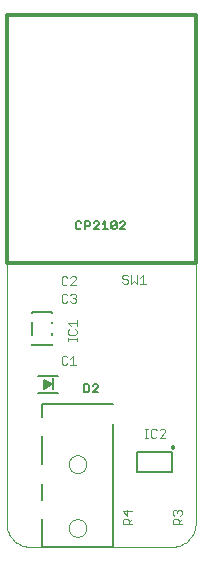
<source format=gto>
G75*
G70*
%OFA0B0*%
%FSLAX24Y24*%
%IPPOS*%
%LPD*%
%AMOC8*
5,1,8,0,0,1.08239X$1,22.5*
%
%ADD10C,0.0000*%
%ADD11C,0.0120*%
%ADD12C,0.0060*%
%ADD13C,0.0030*%
%ADD14C,0.0050*%
%ADD15C,0.0080*%
%ADD16R,0.0079X0.0394*%
D10*
X000160Y001700D02*
X000160Y018629D01*
X006459Y018629D01*
X006459Y001700D01*
X006457Y001646D01*
X006452Y001593D01*
X006443Y001540D01*
X006430Y001488D01*
X006414Y001436D01*
X006394Y001386D01*
X006371Y001338D01*
X006344Y001291D01*
X006315Y001246D01*
X006282Y001203D01*
X006247Y001163D01*
X006209Y001125D01*
X006169Y001090D01*
X006126Y001057D01*
X006081Y001028D01*
X006034Y001001D01*
X005986Y000978D01*
X005936Y000958D01*
X005884Y000942D01*
X005832Y000929D01*
X005779Y000920D01*
X005726Y000915D01*
X005672Y000913D01*
X005672Y000912D02*
X000947Y000912D01*
X000947Y000913D02*
X000893Y000915D01*
X000840Y000920D01*
X000787Y000929D01*
X000735Y000942D01*
X000683Y000958D01*
X000633Y000978D01*
X000585Y001001D01*
X000538Y001028D01*
X000493Y001057D01*
X000450Y001090D01*
X000410Y001125D01*
X000372Y001163D01*
X000337Y001203D01*
X000304Y001246D01*
X000275Y001291D01*
X000248Y001338D01*
X000225Y001386D01*
X000205Y001436D01*
X000189Y001488D01*
X000176Y001540D01*
X000167Y001593D01*
X000162Y001646D01*
X000160Y001700D01*
X002227Y001542D02*
X002229Y001576D01*
X002235Y001610D01*
X002245Y001643D01*
X002258Y001674D01*
X002276Y001704D01*
X002296Y001732D01*
X002320Y001757D01*
X002346Y001779D01*
X002374Y001797D01*
X002405Y001813D01*
X002437Y001825D01*
X002471Y001833D01*
X002505Y001837D01*
X002539Y001837D01*
X002573Y001833D01*
X002607Y001825D01*
X002639Y001813D01*
X002669Y001797D01*
X002698Y001779D01*
X002724Y001757D01*
X002748Y001732D01*
X002768Y001704D01*
X002786Y001674D01*
X002799Y001643D01*
X002809Y001610D01*
X002815Y001576D01*
X002817Y001542D01*
X002815Y001508D01*
X002809Y001474D01*
X002799Y001441D01*
X002786Y001410D01*
X002768Y001380D01*
X002748Y001352D01*
X002724Y001327D01*
X002698Y001305D01*
X002670Y001287D01*
X002639Y001271D01*
X002607Y001259D01*
X002573Y001251D01*
X002539Y001247D01*
X002505Y001247D01*
X002471Y001251D01*
X002437Y001259D01*
X002405Y001271D01*
X002374Y001287D01*
X002346Y001305D01*
X002320Y001327D01*
X002296Y001352D01*
X002276Y001380D01*
X002258Y001410D01*
X002245Y001441D01*
X002235Y001474D01*
X002229Y001508D01*
X002227Y001542D01*
X002227Y003668D02*
X002229Y003702D01*
X002235Y003736D01*
X002245Y003769D01*
X002258Y003800D01*
X002276Y003830D01*
X002296Y003858D01*
X002320Y003883D01*
X002346Y003905D01*
X002374Y003923D01*
X002405Y003939D01*
X002437Y003951D01*
X002471Y003959D01*
X002505Y003963D01*
X002539Y003963D01*
X002573Y003959D01*
X002607Y003951D01*
X002639Y003939D01*
X002669Y003923D01*
X002698Y003905D01*
X002724Y003883D01*
X002748Y003858D01*
X002768Y003830D01*
X002786Y003800D01*
X002799Y003769D01*
X002809Y003736D01*
X002815Y003702D01*
X002817Y003668D01*
X002815Y003634D01*
X002809Y003600D01*
X002799Y003567D01*
X002786Y003536D01*
X002768Y003506D01*
X002748Y003478D01*
X002724Y003453D01*
X002698Y003431D01*
X002670Y003413D01*
X002639Y003397D01*
X002607Y003385D01*
X002573Y003377D01*
X002539Y003373D01*
X002505Y003373D01*
X002471Y003377D01*
X002437Y003385D01*
X002405Y003397D01*
X002374Y003413D01*
X002346Y003431D01*
X002320Y003453D01*
X002296Y003478D01*
X002276Y003506D01*
X002258Y003536D01*
X002245Y003567D01*
X002235Y003600D01*
X002229Y003634D01*
X002227Y003668D01*
D11*
X000160Y010361D02*
X000160Y018629D01*
X006459Y018629D01*
X006459Y010361D01*
X000160Y010361D01*
D12*
X001022Y008756D02*
X001022Y008719D01*
X001022Y008756D02*
X001660Y008756D01*
X001660Y008719D01*
X001660Y008402D02*
X001660Y008364D01*
X001660Y008028D02*
X001660Y007990D01*
X001660Y007673D02*
X001660Y007636D01*
X001022Y007636D01*
X001022Y007673D01*
X001022Y007990D02*
X001022Y008402D01*
X002518Y011505D02*
X002475Y011548D01*
X002475Y011722D01*
X002518Y011765D01*
X002605Y011765D01*
X002648Y011722D01*
X002770Y011765D02*
X002770Y011505D01*
X002770Y011592D02*
X002900Y011592D01*
X002943Y011635D01*
X002943Y011722D01*
X002900Y011765D01*
X002770Y011765D01*
X002648Y011548D02*
X002605Y011505D01*
X002518Y011505D01*
X003064Y011505D02*
X003238Y011678D01*
X003238Y011722D01*
X003194Y011765D01*
X003108Y011765D01*
X003064Y011722D01*
X003064Y011505D02*
X003238Y011505D01*
X003359Y011505D02*
X003532Y011505D01*
X003446Y011505D02*
X003446Y011765D01*
X003359Y011678D01*
X003654Y011722D02*
X003654Y011548D01*
X003827Y011722D01*
X003827Y011548D01*
X003784Y011505D01*
X003697Y011505D01*
X003654Y011548D01*
X003654Y011722D02*
X003697Y011765D01*
X003784Y011765D01*
X003827Y011722D01*
X003948Y011722D02*
X003992Y011765D01*
X004078Y011765D01*
X004122Y011722D01*
X004122Y011678D01*
X003948Y011505D01*
X004122Y011505D01*
X003166Y006327D02*
X003079Y006327D01*
X003036Y006284D01*
X002915Y006284D02*
X002915Y006110D01*
X002871Y006067D01*
X002741Y006067D01*
X002741Y006327D01*
X002871Y006327D01*
X002915Y006284D01*
X003036Y006067D02*
X003209Y006240D01*
X003209Y006284D01*
X003166Y006327D01*
X003209Y006067D02*
X003036Y006067D01*
X004491Y004079D02*
X004491Y003392D01*
X005672Y003392D01*
X005672Y004079D01*
X004491Y004079D01*
X005660Y004237D02*
X005662Y004250D01*
X005667Y004262D01*
X005676Y004272D01*
X005687Y004279D01*
X005699Y004283D01*
X005713Y004283D01*
X005725Y004279D01*
X005736Y004272D01*
X005745Y004262D01*
X005750Y004250D01*
X005752Y004237D01*
X005750Y004224D01*
X005745Y004212D01*
X005736Y004202D01*
X005725Y004195D01*
X005713Y004191D01*
X005699Y004191D01*
X005687Y004195D01*
X005676Y004202D01*
X005667Y004212D01*
X005662Y004224D01*
X005660Y004237D01*
D13*
X005451Y004550D02*
X005258Y004550D01*
X005451Y004744D01*
X005451Y004792D01*
X005403Y004841D01*
X005306Y004841D01*
X005258Y004792D01*
X005156Y004792D02*
X005108Y004841D01*
X005011Y004841D01*
X004963Y004792D01*
X004963Y004599D01*
X005011Y004550D01*
X005108Y004550D01*
X005156Y004599D01*
X004863Y004550D02*
X004767Y004550D01*
X004815Y004550D02*
X004815Y004841D01*
X004767Y004841D02*
X004863Y004841D01*
X004179Y002150D02*
X004179Y001956D01*
X004034Y002101D01*
X004324Y002101D01*
X004324Y001855D02*
X004227Y001758D01*
X004227Y001807D02*
X004227Y001662D01*
X004227Y001807D02*
X004179Y001855D01*
X004082Y001855D01*
X004034Y001807D01*
X004034Y001662D01*
X004324Y001662D01*
X005707Y001662D02*
X005707Y001807D01*
X005755Y001855D01*
X005852Y001855D01*
X005901Y001807D01*
X005901Y001662D01*
X005997Y001662D02*
X005707Y001662D01*
X005755Y001956D02*
X005707Y002005D01*
X005707Y002101D01*
X005755Y002150D01*
X005804Y002150D01*
X005852Y002101D01*
X005901Y002150D01*
X005949Y002150D01*
X005997Y002101D01*
X005997Y002005D01*
X005949Y001956D01*
X005997Y001855D02*
X005901Y001758D01*
X005852Y002053D02*
X005852Y002101D01*
X004796Y009687D02*
X004603Y009687D01*
X004502Y009687D02*
X004502Y009977D01*
X004603Y009881D02*
X004700Y009977D01*
X004700Y009687D01*
X004502Y009687D02*
X004405Y009784D01*
X004308Y009687D01*
X004308Y009977D01*
X004207Y009929D02*
X004159Y009977D01*
X004062Y009977D01*
X004014Y009929D01*
X004014Y009881D01*
X004062Y009832D01*
X004159Y009832D01*
X004207Y009784D01*
X004207Y009736D01*
X004159Y009687D01*
X004062Y009687D01*
X004014Y009736D01*
X002480Y009642D02*
X002287Y009642D01*
X002480Y009835D01*
X002480Y009884D01*
X002432Y009932D01*
X002335Y009932D01*
X002287Y009884D01*
X002185Y009884D02*
X002137Y009932D01*
X002040Y009932D01*
X001992Y009884D01*
X001992Y009690D01*
X002040Y009642D01*
X002137Y009642D01*
X002185Y009690D01*
X002137Y009342D02*
X002040Y009342D01*
X001992Y009293D01*
X001992Y009100D01*
X002040Y009051D01*
X002137Y009051D01*
X002185Y009100D01*
X002287Y009100D02*
X002335Y009051D01*
X002432Y009051D01*
X002480Y009100D01*
X002480Y009148D01*
X002432Y009197D01*
X002383Y009197D01*
X002432Y009197D02*
X002480Y009245D01*
X002480Y009293D01*
X002432Y009342D01*
X002335Y009342D01*
X002287Y009293D01*
X002185Y009293D02*
X002137Y009342D01*
X002495Y008466D02*
X002495Y008273D01*
X002495Y008369D02*
X002204Y008369D01*
X002301Y008273D01*
X002253Y008171D02*
X002204Y008123D01*
X002204Y008026D01*
X002253Y007978D01*
X002446Y007978D01*
X002495Y008026D01*
X002495Y008123D01*
X002446Y008171D01*
X002495Y007878D02*
X002495Y007781D01*
X002495Y007830D02*
X002204Y007830D01*
X002204Y007878D02*
X002204Y007781D01*
X002137Y007275D02*
X002040Y007275D01*
X001992Y007226D01*
X001992Y007033D01*
X002040Y006984D01*
X002137Y006984D01*
X002185Y007033D01*
X002287Y006984D02*
X002480Y006984D01*
X002383Y006984D02*
X002383Y007275D01*
X002287Y007178D01*
X002185Y007226D02*
X002137Y007275D01*
D14*
X001341Y005676D02*
X001341Y005243D01*
X001341Y005676D02*
X003703Y005676D01*
X003703Y005007D02*
X003703Y000912D01*
X001341Y000912D01*
X001341Y001857D01*
X001341Y002487D02*
X001341Y002999D01*
X001341Y003668D02*
X001341Y004613D01*
D15*
X001194Y006050D02*
X001882Y006050D01*
X001656Y006326D02*
X001420Y006483D01*
X001420Y006168D01*
X001656Y006326D01*
X001577Y006326D02*
X001459Y006405D01*
X001459Y006247D01*
X001577Y006326D01*
X001573Y006329D02*
X001459Y006329D01*
X001459Y006250D02*
X001464Y006250D01*
X001194Y006601D02*
X001882Y006601D01*
D16*
X001695Y006326D03*
M02*

</source>
